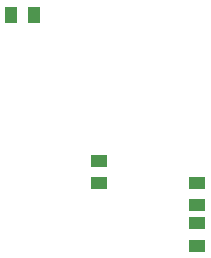
<source format=gbr>
G04*
G04 #@! TF.GenerationSoftware,Altium Limited,Altium Designer,23.0.1 (38)*
G04*
G04 Layer_Color=128*
%FSLAX44Y44*%
%MOMM*%
G71*
G04*
G04 #@! TF.SameCoordinates,5B070B88-F475-4B99-B5D3-003285C28A76*
G04*
G04*
G04 #@! TF.FilePolarity,Positive*
G04*
G01*
G75*
%ADD13R,1.0500X1.4500*%
%ADD28R,1.4500X1.0500*%
D13*
X667744Y877834D02*
D03*
X686744D02*
D03*
D28*
X824889Y716543D02*
D03*
Y735543D02*
D03*
X741887Y735409D02*
D03*
Y754409D02*
D03*
X825318Y701445D02*
D03*
Y682445D02*
D03*
M02*

</source>
